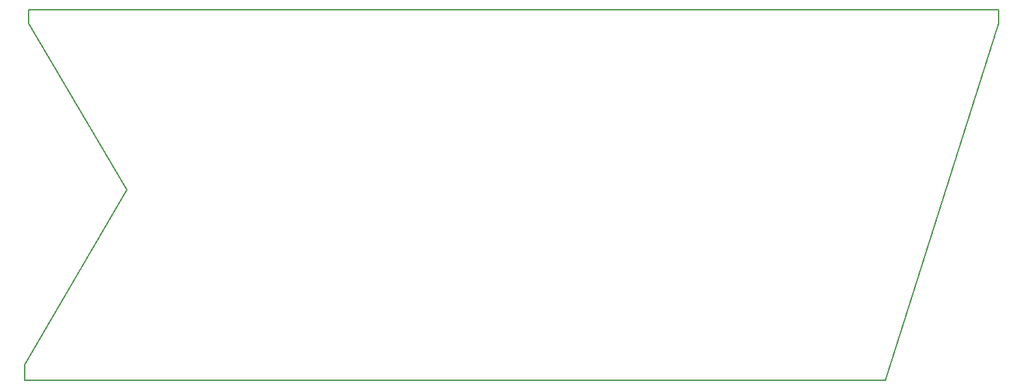
<source format=gbr>
G04 #@! TF.FileFunction,Profile,NP*
%FSLAX46Y46*%
G04 Gerber Fmt 4.6, Leading zero omitted, Abs format (unit mm)*
G04 Created by KiCad (PCBNEW 4.0.5+dfsg1-4) date Wed May 31 23:50:00 2017*
%MOMM*%
%LPD*%
G01*
G04 APERTURE LIST*
%ADD10C,0.100000*%
%ADD11C,0.150000*%
G04 APERTURE END LIST*
D10*
D11*
X157750000Y-32750000D02*
X31500000Y-32750000D01*
X157750000Y-34500000D02*
X157750000Y-32750000D01*
X143000000Y-81000000D02*
X157750000Y-34500000D01*
X31000000Y-81000000D02*
X143000000Y-81000000D01*
X31000000Y-79000000D02*
X31000000Y-81000000D01*
X44250000Y-56250000D02*
X31000000Y-79000000D01*
X31500000Y-34500000D02*
X44250000Y-56250000D01*
X31500000Y-32750000D02*
X31500000Y-34500000D01*
M02*

</source>
